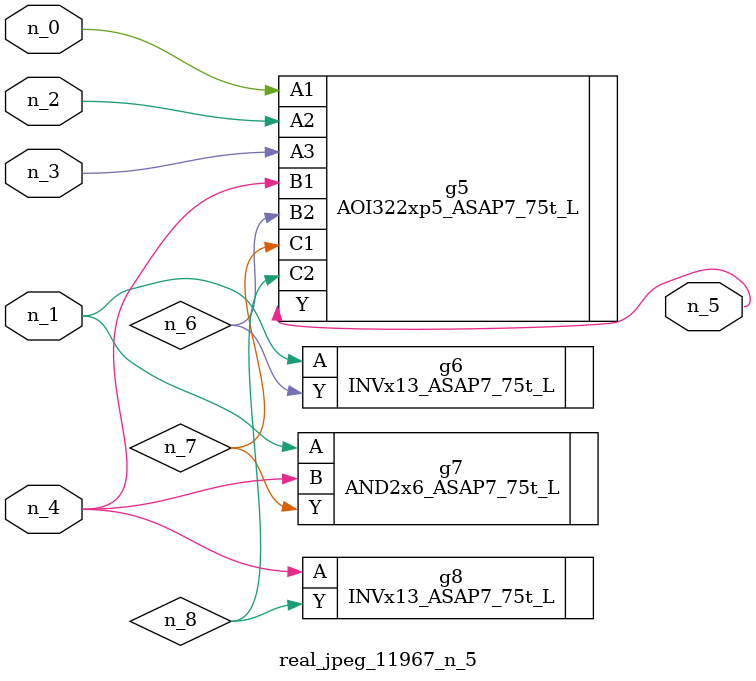
<source format=v>
module real_jpeg_11967_n_5 (n_4, n_0, n_1, n_2, n_3, n_5);

input n_4;
input n_0;
input n_1;
input n_2;
input n_3;

output n_5;

wire n_8;
wire n_6;
wire n_7;

AOI322xp5_ASAP7_75t_L g5 ( 
.A1(n_0),
.A2(n_2),
.A3(n_3),
.B1(n_4),
.B2(n_6),
.C1(n_7),
.C2(n_8),
.Y(n_5)
);

INVx13_ASAP7_75t_L g6 ( 
.A(n_1),
.Y(n_6)
);

AND2x6_ASAP7_75t_L g7 ( 
.A(n_1),
.B(n_4),
.Y(n_7)
);

INVx13_ASAP7_75t_L g8 ( 
.A(n_4),
.Y(n_8)
);


endmodule
</source>
